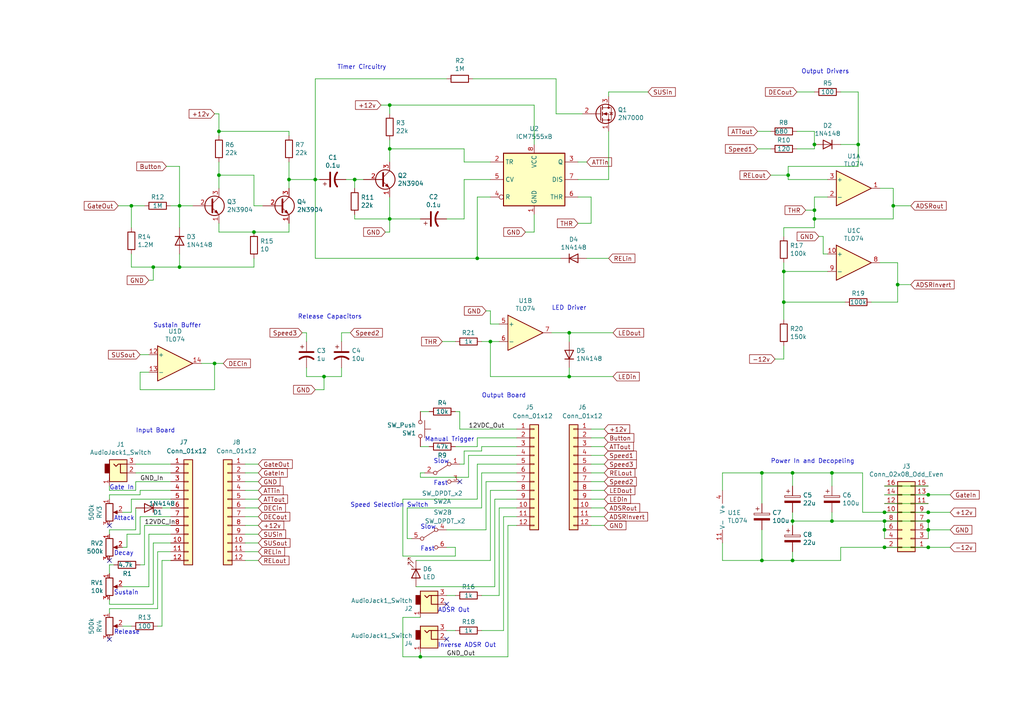
<source format=kicad_sch>
(kicad_sch (version 20250114) (generator "eeschema") (generator_version "9.0")
  (paper "A4")
  (lib_symbols
    (symbol "Amplifier_Operational:TL074" (pin_names (offset 0.127))
      (property "Reference" "U" (at 0 5.08 0))
      (property "Value" "TL074" (at 0 -5.08 0))
      (symbol "TL074_1_1"
        (pin input line (at -7.62 2.54 0) (length 2.54) (name "+") (number "3"))
        (pin input line (at -7.62 -2.54 0) (length 2.54) (name "-") (number "2"))
        (pin output line (at 7.62 0 180) (length 2.54) (name "~") (number "1"))
      )
      (symbol "TL074_2_1"
        (pin input line (at -7.62 2.54 0) (length 2.54) (name "+") (number "5"))
        (pin input line (at -7.62 -2.54 0) (length 2.54) (name "-") (number "6"))
        (pin output line (at 7.62 0 180) (length 2.54) (name "~") (number "7"))
      )
      (symbol "TL074_3_1"
        (pin input line (at -7.62 2.54 0) (length 2.54) (name "+") (number "10"))
        (pin input line (at -7.62 -2.54 0) (length 2.54) (name "-") (number "9"))
        (pin output line (at 7.62 0 180) (length 2.54) (name "~") (number "8"))
      )
      (symbol "TL074_4_1"
        (pin input line (at -7.62 2.54 0) (length 2.54) (name "+") (number "12"))
        (pin input line (at -7.62 -2.54 0) (length 2.54) (name "-") (number "13"))
        (pin output line (at 7.62 0 180) (length 2.54) (name "~") (number "14"))
      )
      (symbol "TL074_5_1"
        (pin power_in line (at -2.54 7.62 270) (length 3.81) (name "V+") (number "4"))
        (pin power_in line (at -2.54 -7.62 90) (length 3.81) (name "V-") (number "11"))
      )
    )
    (symbol "Connector_Generic:Conn_01x12" (pin_names (offset 1.016) (hide yes))
      (property "Reference" "J" (at 0 15.24 0))
      (property "Value" "Conn_01x12" (at 0 -17.78 0))
      (symbol "Conn_01x12_1_1"
        (pin passive line (at -5.08 12.7 0) (length 3.81) (name "Pin_1") (number "1"))
        (pin passive line (at -5.08 10.16 0) (length 3.81) (name "Pin_2") (number "2"))
        (pin passive line (at -5.08 7.62 0) (length 3.81) (name "Pin_3") (number "3"))
        (pin passive line (at -5.08 5.08 0) (length 3.81) (name "Pin_4") (number "4"))
        (pin passive line (at -5.08 2.54 0) (length 3.81) (name "Pin_5") (number "5"))
        (pin passive line (at -5.08 0 0) (length 3.81) (name "Pin_6") (number "6"))
        (pin passive line (at -5.08 -2.54 0) (length 3.81) (name "Pin_7") (number "7"))
        (pin passive line (at -5.08 -5.08 0) (length 3.81) (name "Pin_8") (number "8"))
        (pin passive line (at -5.08 -7.62 0) (length 3.81) (name "Pin_9") (number "9"))
        (pin passive line (at -5.08 -10.16 0) (length 3.81) (name "Pin_10") (number "10"))
        (pin passive line (at -5.08 -12.7 0) (length 3.81) (name "Pin_11") (number "11"))
        (pin passive line (at -5.08 -15.24 0) (length 3.81) (name "Pin_12") (number "12"))
      )
    )
    (symbol "Connector_Generic:Conn_02x08_Odd_Even" (pin_names (offset 1.016) (hide yes))
      (property "Reference" "J" (at 1.27 10.16 0))
      (property "Value" "Conn_02x08_Odd_Even" (at 1.27 -12.7 0))
      (symbol "Conn_02x08_Odd_Even_1_1"
        (pin passive line (at -5.08 7.62 0) (length 3.81) (name "Pin_1") (number "1"))
        (pin passive line (at -5.08 5.08 0) (length 3.81) (name "Pin_3") (number "3"))
        (pin passive line (at -5.08 2.54 0) (length 3.81) (name "Pin_5") (number "5"))
        (pin passive line (at -5.08 0 0) (length 3.81) (name "Pin_7") (number "7"))
        (pin passive line (at -5.08 -2.54 0) (length 3.81) (name "Pin_9") (number "9"))
        (pin passive line (at -5.08 -5.08 0) (length 3.81) (name "Pin_11") (number "11"))
        (pin passive line (at -5.08 -7.62 0) (length 3.81) (name "Pin_13") (number "13"))
        (pin passive line (at -5.08 -10.16 0) (length 3.81) (name "Pin_15") (number "15"))
        (pin passive line (at 7.62 7.62 180) (length 3.81) (name "Pin_2") (number "2"))
        (pin passive line (at 7.62 5.08 180) (length 3.81) (name "Pin_4") (number "4"))
        (pin passive line (at 7.62 2.54 180) (length 3.81) (name "Pin_6") (number "6"))
        (pin passive line (at 7.62 0 180) (length 3.81) (name "Pin_8") (number "8"))
        (pin passive line (at 7.62 -2.54 180) (length 3.81) (name "Pin_10") (number "10"))
        (pin passive line (at 7.62 -5.08 180) (length 3.81) (name "Pin_12") (number "12"))
        (pin passive line (at 7.62 -7.62 180) (length 3.81) (name "Pin_14") (number "14"))
        (pin passive line (at 7.62 -10.16 180) (length 3.81) (name "Pin_16") (number "16"))
      )
    )
    (symbol "Custom_Lib:AudioJack1_Switch"
      (property "Reference" "J" (at 0 8.89 0))
      (property "Value" "Custom_Lib_AudioJack1_Switch" (at 0 6.35 0))
      (symbol "AudioJack1_Switch_1_1"
        (pin passive line (at -2.54 -3.81 90) (length 2.54) (name "~") (number "1"))
        (pin passive line (at 5.08 2.54 180) (length 2.54) (name "~") (number "3"))
        (pin passive line (at 5.08 0 180) (length 2.54) (name "~") (number "2"))
      )
    )
    (symbol "Device:CP" (pin_numbers (hide yes)) (pin_names (offset 0.254))
      (property "Reference" "C" (at 0.635 2.54 0))
      (property "Value" "Device_CP" (at 0.635 -2.54 0))
      (symbol "CP_1_1"
        (pin passive line (at 0 3.81 270) (length 2.794) (name "~") (number "1"))
        (pin passive line (at 0 -3.81 90) (length 2.794) (name "~") (number "2"))
      )
    )
    (symbol "Device:CP1" (pin_numbers (hide yes)) (pin_names (offset 0.254) (hide yes))
      (property "Reference" "C" (at 0.635 2.54 0))
      (property "Value" "Device_CP1" (at 0.635 -2.54 0))
      (symbol "CP1_1_1"
        (pin passive line (at 0 3.81 270) (length 2.794) (name "~") (number "1"))
        (pin passive line (at 0 -3.81 90) (length 3.302) (name "~") (number "2"))
      )
    )
    (symbol "Device:LED" (pin_numbers (hide yes)) (pin_names (offset 1.016) (hide yes))
      (property "Reference" "D" (at 0 2.54 0))
      (property "Value" "LED" (at 0 -2.54 0))
      (symbol "LED_1_1"
        (pin passive line (at -3.81 0 0) (length 2.54) (name "K") (number "1"))
        (pin passive line (at 3.81 0 180) (length 2.54) (name "A") (number "2"))
      )
    )
    (symbol "Device:R" (pin_numbers (hide yes)) (pin_names (offset 0))
      (property "Reference" "R" (at 2.032 0 90))
      (property "Value" "R" (at 0 0 90))
      (symbol "R_1_1"
        (pin passive line (at 0 3.81 270) (length 1.27) (name "~") (number "1"))
        (pin passive line (at 0 -3.81 90) (length 1.27) (name "~") (number "2"))
      )
    )
    (symbol "Device:R_POT" (pin_names (offset 1.016) (hide yes))
      (property "Reference" "RV" (at -4.445 0 90))
      (property "Value" "Device_R_POT" (at -2.54 0 90))
      (symbol "R_POT_1_1"
        (pin passive line (at 0 3.81 270) (length 1.27) (name "1") (number "1"))
        (pin passive line (at 0 -3.81 90) (length 1.27) (name "3") (number "3"))
        (pin passive line (at 3.81 0 180) (length 1.27) (name "2") (number "2"))
      )
    )
    (symbol "Diode:1N4148" (pin_numbers (hide yes)) (pin_names (offset 1.016) (hide yes))
      (property "Reference" "D" (at 0 2.54 0))
      (property "Value" "1N4148" (at 0 -2.54 0))
      (symbol "1N4148_1_1"
        (pin passive line (at -3.81 0 0) (length 2.54) (name "K") (number "1"))
        (pin passive line (at 3.81 0 180) (length 2.54) (name "A") (number "2"))
      )
    )
    (symbol "Switch:SW_DPDT_x2" (pin_names (offset 0) (hide yes))
      (property "Reference" "SW" (at 0 4.318 0))
      (property "Value" "SW_DPDT_x2" (at 0 -5.08 0))
      (symbol "SW_DPDT_x2_1_1"
        (pin passive line (at -5.08 0 0) (length 2.54) (name "B") (number "2"))
        (pin passive line (at 5.08 2.54 180) (length 2.54) (name "A") (number "1"))
        (pin passive line (at 5.08 -2.54 180) (length 2.54) (name "C") (number "3"))
      )
      (symbol "SW_DPDT_x2_2_1"
        (pin passive line (at -5.08 0 0) (length 2.54) (name "B") (number "5"))
        (pin passive line (at 5.08 2.54 180) (length 2.54) (name "A") (number "4"))
        (pin passive line (at 5.08 -2.54 180) (length 2.54) (name "C") (number "6"))
      )
    )
    (symbol "Switch:SW_Push" (pin_numbers (hide yes)) (pin_names (offset 1.016) (hide yes))
      (property "Reference" "SW" (at 1.27 2.54 0))
      (property "Value" "SW_Push" (at 0 -1.524 0))
      (symbol "SW_Push_0_1"
        (pin passive line (at -5.08 0 0) (length 2.54) (name "1") (number "1"))
        (pin passive line (at 5.08 0 180) (length 2.54) (name "2") (number "2"))
      )
    )
    (symbol "Timer:ICM7555xB"
      (property "Reference" "U" (at -10.16 8.89 0))
      (property "Value" "ICM7555xB" (at 2.54 8.89 0))
      (symbol "ICM7555xB_0_0"
        (pin power_in line (at 0 10.16 270) (length 2.54) (name "VCC") (number "8"))
        (pin power_in line (at 0 -10.16 90) (length 2.54) (name "GND") (number "1"))
      )
      (symbol "ICM7555xB_1_1"
        (pin input line (at -12.7 5.08 0) (length 3.81) (name "TR") (number "2"))
        (pin input line (at -12.7 0 0) (length 3.81) (name "CV") (number "5"))
        (pin input inverted (at -12.7 -5.08 0) (length 3.81) (name "R") (number "4"))
        (pin output line (at 12.7 5.08 180) (length 3.81) (name "Q") (number "3"))
        (pin input line (at 12.7 0 180) (length 3.81) (name "DIS") (number "7"))
        (pin input line (at 12.7 -5.08 180) (length 3.81) (name "THR") (number "6"))
      )
    )
    (symbol "Transistor_BJT:2N3904" (pin_names (offset 0) (hide yes))
      (property "Reference" "Q" (at 5.08 1.905 0))
      (property "Value" "2N3904" (at 5.08 0 0))
      (symbol "2N3904_1_1"
        (pin passive line (at -5.08 0 0) (length 5.715) (name "B") (number "2"))
        (pin passive line (at 2.54 5.08 270) (length 2.54) (name "C") (number "3"))
        (pin passive line (at 2.54 -5.08 90) (length 2.54) (name "E") (number "1"))
      )
    )
    (symbol "Transistor_FET:2N7000" (pin_names (hide yes))
      (property "Reference" "Q" (at 5.08 1.905 0))
      (property "Value" "2N7000" (at 5.08 0 0))
      (symbol "2N7000_1_1"
        (pin input line (at -5.08 0 0) (length 2.54) (name "G") (number "2"))
        (pin passive line (at 2.54 5.08 270) (length 2.54) (name "D") (number "3"))
        (pin passive line (at 2.54 -5.08 90) (length 2.54) (name "S") (number "1"))
      )
    )
  )
  (text "Timer Circuitry" (at 97.79 20.32 0) (effects (font (size 1.27 1.27)) (justify left bottom)))
  (text "ADSR Out" (at 127 177.8 0) (effects (font (size 1.27 1.27)) (justify left bottom)))
  (text "Attack" (at 33.02 151.13 0) (effects (font (size 1.27 1.27)) (justify left bottom)))
  (text "Sustain\n" (at 33.02 172.72 0) (effects (font (size 1.27 1.27)) (justify left bottom)))
  (text "Gate In" (at 31.75 142.24 0) (effects (font (size 1.27 1.27)) (justify left bottom)))
  (text "Input Board" (at 39.37 125.73 0) (effects (font (size 1.27 1.27)) (justify left bottom)))
  (text "Output Drivers\n" (at 232.41 21.59 0) (effects (font (size 1.27 1.27)) (justify left bottom)))
  (text "Fast" (at 121.92 160.02 0) (effects (font (size 1.27 1.27)) (justify left bottom)))
  (text "Sustain Buffer\n" (at 44.45 95.25 0) (effects (font (size 1.27 1.27)) (justify left bottom)))
  (text "Slow" (at 125.73 134.62 0) (effects (font (size 1.27 1.27)) (justify left bottom)))
  (text "Release" (at 33.02 184.15 0) (effects (font (size 1.27 1.27)) (justify left bottom)))
  (text "Inverse ADSR Out" (at 127 187.96 0) (effects (font (size 1.27 1.27)) (justify left bottom)))
  (text "Power In and Decopeling\n" (at 223.52 134.62 0) (effects (font (size 1.27 1.27)) (justify left bottom)))
  (text "LED Driver" (at 160.02 90.17 0) (effects (font (size 1.27 1.27)) (justify left bottom)))
  (text "Speed Selection Switch" (at 101.6 147.32 0) (effects (font (size 1.27 1.27)) (justify left bottom)))
  (text "Manual Trigger" (at 123.19 128.27 0) (effects (font (size 1.27 1.27)) (justify left bottom)))
  (text "Fast" (at 125.73 140.97 0) (effects (font (size 1.27 1.27)) (justify left bottom)))
  (text "Slow" (at 121.92 153.67 0) (effects (font (size 1.27 1.27)) (justify left bottom)))
  (text "Output Board\n" (at 139.7 115.57 0) (effects (font (size 1.27 1.27)) (justify left bottom)))
  (text "Decay" (at 33.02 161.29 0) (effects (font (size 1.27 1.27)) (justify left bottom)))
  (text "Release Capacitors" (at 86.36 92.71 0) (effects (font (size 1.27 1.27)) (justify left bottom)))
  (junction (at 229.87 151.13))
  (junction (at 236.22 41.91))
  (junction (at 259.08 59.69))
  (junction (at 269.24 143.51))
  (junction (at 63.5 38.1))
  (junction (at 220.98 137.16))
  (junction (at 269.24 151.13))
  (junction (at 241.3 151.13))
  (junction (at 229.87 162.56))
  (junction (at 256.54 151.13))
  (junction (at 236.22 60.96))
  (junction (at 102.87 52.07))
  (junction (at 248.92 41.91))
  (junction (at 269.24 153.67))
  (junction (at 165.1 96.52))
  (junction (at 73.66 67.31))
  (junction (at 38.1 59.69))
  (junction (at 236.22 63.5))
  (junction (at 269.24 158.75))
  (junction (at 91.44 52.07))
  (junction (at 220.98 162.56))
  (junction (at 52.07 59.69))
  (junction (at 227.33 78.74))
  (junction (at 229.87 137.16))
  (junction (at 256.54 148.59))
  (junction (at 256.54 158.75))
  (junction (at 83.82 52.07))
  (junction (at 228.6 50.8))
  (junction (at 256.54 153.67))
  (junction (at 227.33 87.63))
  (junction (at 44.45 77.47))
  (junction (at 138.43 74.93))
  (junction (at 269.24 148.59))
  (junction (at 113.03 30.48))
  (junction (at 241.3 137.16))
  (junction (at 52.07 77.47))
  (junction (at 113.03 63.5))
  (junction (at 113.03 43.18))
  (junction (at 142.24 99.06))
  (junction (at 165.1 109.22))
  (junction (at 62.23 105.41))
  (junction (at 93.98 109.22))
  (junction (at 63.5 50.8))
  (junction (at 260.35 82.55))
  (junction (at 121.92 190.5))
  (no_connect (at 133.35 139.7))
  (no_connect (at 31.75 152.4))
  (no_connect (at 129.54 185.42))
  (no_connect (at 31.75 162.56))
  (no_connect (at 31.75 185.42))
  (no_connect (at 129.54 175.26))
  (wire (pts (xy 220.98 162.56) (xy 209.55 162.56)))
  (wire (pts (xy 149.86 137.16) (xy 139.7 137.16)))
  (wire (pts (xy 220.98 137.16) (xy 229.87 137.16)))
  (wire (pts (xy 140.97 139.7) (xy 140.97 153.67)))
  (wire (pts (xy 134.62 43.18) (xy 113.03 43.18)))
  (wire (pts (xy 238.76 68.58) (xy 238.76 73.66)))
  (wire (pts (xy 40.64 113.03) (xy 62.23 113.03)))
  (wire (pts (xy 236.22 57.15) (xy 236.22 60.96)))
  (wire (pts (xy 275.59 153.67) (xy 269.24 153.67)))
  (wire (pts (xy 40.64 149.86) (xy 40.64 154.94)))
  (wire (pts (xy 74.93 134.62) (xy 71.12 134.62)))
  (wire (pts (xy 52.07 48.26) (xy 52.07 59.69)))
  (wire (pts (xy 162.56 74.93) (xy 138.43 74.93)))
  (wire (pts (xy 74.93 142.24) (xy 71.12 142.24)))
  (wire (pts (xy 63.5 67.31) (xy 73.66 67.31)))
  (wire (pts (xy 175.26 144.78) (xy 171.45 144.78)))
  (wire (pts (xy 74.93 139.7) (xy 71.12 139.7)))
  (wire (pts (xy 229.87 137.16) (xy 229.87 140.97)))
  (wire (pts (xy 227.33 92.71) (xy 227.33 87.63)))
  (wire (pts (xy 259.08 59.69) (xy 259.08 54.61)))
  (wire (pts (xy 83.82 38.1) (xy 83.82 39.37)))
  (wire (pts (xy 139.7 172.72) (xy 144.78 172.72)))
  (wire (pts (xy 132.08 172.72) (xy 129.54 172.72)))
  (wire (pts (xy 49.53 154.94) (xy 43.18 154.94)))
  (wire (pts (xy 149.86 139.7) (xy 140.97 139.7)))
  (wire (pts (xy 144.78 93.98) (xy 142.24 93.98)))
  (wire (pts (xy 175.26 132.08) (xy 171.45 132.08)))
  (wire (pts (xy 256.54 158.75) (xy 243.84 158.75)))
  (wire (pts (xy 45.72 160.02) (xy 49.53 160.02)))
  (wire (pts (xy 83.82 52.07) (xy 83.82 54.61)))
  (wire (pts (xy 45.72 176.53) (xy 45.72 160.02)))
  (wire (pts (xy 74.93 162.56) (xy 71.12 162.56)))
  (wire (pts (xy 250.19 148.59) (xy 256.54 148.59)))
  (wire (pts (xy 138.43 144.78) (xy 116.84 144.78)))
  (wire (pts (xy 31.75 176.53) (xy 45.72 176.53)))
  (wire (pts (xy 142.24 90.17) (xy 140.97 90.17)))
  (wire (pts (xy 121.92 119.38) (xy 124.46 119.38)))
  (wire (pts (xy 129.54 153.67) (xy 140.97 153.67)))
  (wire (pts (xy 99.06 96.52) (xy 99.06 99.06)))
  (wire (pts (xy 275.59 148.59) (xy 269.24 148.59)))
  (wire (pts (xy 73.66 74.93) (xy 73.66 77.47)))
  (wire (pts (xy 146.05 149.86) (xy 149.86 149.86)))
  (wire (pts (xy 44.45 157.48) (xy 44.45 175.26)))
  (wire (pts (xy 250.19 137.16) (xy 250.19 148.59)))
  (wire (pts (xy 269.24 151.13) (xy 269.24 153.67)))
  (wire (pts (xy 91.44 74.93) (xy 138.43 74.93)))
  (wire (pts (xy 92.71 52.07) (xy 91.44 52.07)))
  (wire (pts (xy 49.53 59.69) (xy 52.07 59.69)))
  (wire (pts (xy 132.08 119.38) (xy 133.35 119.38)))
  (wire (pts (xy 121.92 137.16) (xy 121.92 138.43)))
  (wire (pts (xy 175.26 149.86) (xy 171.45 149.86)))
  (wire (pts (xy 87.63 96.52) (xy 88.9 96.52)))
  (wire (pts (xy 229.87 151.13) (xy 241.3 151.13)))
  (wire (pts (xy 264.16 82.55) (xy 260.35 82.55)))
  (wire (pts (xy 269.24 153.67) (xy 269.24 156.21)))
  (wire (pts (xy 231.14 38.1) (xy 236.22 38.1)))
  (wire (pts (xy 219.71 38.1) (xy 223.52 38.1)))
  (wire (pts (xy 175.26 124.46) (xy 171.45 124.46)))
  (wire (pts (xy 118.11 147.32) (xy 118.11 156.21)))
  (wire (pts (xy 63.5 39.37) (xy 63.5 38.1)))
  (wire (pts (xy 269.24 158.75) (xy 256.54 158.75)))
  (wire (pts (xy 88.9 106.68) (xy 88.9 109.22)))
  (wire (pts (xy 93.98 113.03) (xy 93.98 109.22)))
  (wire (pts (xy 83.82 46.99) (xy 83.82 52.07)))
  (wire (pts (xy 74.93 160.02) (xy 71.12 160.02)))
  (wire (pts (xy 147.32 152.4) (xy 147.32 190.5)))
  (wire (pts (xy 49.53 142.24) (xy 40.64 142.24)))
  (wire (pts (xy 209.55 142.24) (xy 209.55 137.16)))
  (wire (pts (xy 142.24 99.06) (xy 142.24 109.22)))
  (wire (pts (xy 63.5 46.99) (xy 63.5 50.8)))
  (wire (pts (xy 264.16 59.69) (xy 259.08 59.69)))
  (wire (pts (xy 139.7 137.16) (xy 139.7 147.32)))
  (wire (pts (xy 63.5 33.02) (xy 62.23 33.02)))
  (wire (pts (xy 256.54 148.59) (xy 269.24 148.59)))
  (wire (pts (xy 41.91 163.83) (xy 40.64 163.83)))
  (wire (pts (xy 223.52 50.8) (xy 228.6 50.8)))
  (wire (pts (xy 73.66 59.69) (xy 76.2 59.69)))
  (wire (pts (xy 116.84 179.07) (xy 116.84 190.5)))
  (wire (pts (xy 134.62 46.99) (xy 134.62 43.18)))
  (wire (pts (xy 49.53 139.7) (xy 39.37 139.7)))
  (wire (pts (xy 241.3 137.16) (xy 250.19 137.16)))
  (wire (pts (xy 93.98 109.22) (xy 99.06 109.22)))
  (wire (pts (xy 49.53 152.4) (xy 41.91 152.4)))
  (wire (pts (xy 38.1 148.59) (xy 35.56 148.59)))
  (wire (pts (xy 39.37 147.32) (xy 39.37 153.67)))
  (wire (pts (xy 175.26 147.32) (xy 171.45 147.32)))
  (wire (pts (xy 243.84 41.91) (xy 248.92 41.91)))
  (wire (pts (xy 118.11 147.32) (xy 139.7 147.32)))
  (wire (pts (xy 139.7 129.54) (xy 139.7 130.81)))
  (wire (pts (xy 62.23 105.41) (xy 58.42 105.41)))
  (wire (pts (xy 31.75 143.51) (xy 31.75 144.78)))
  (wire (pts (xy 38.1 73.66) (xy 38.1 77.47)))
  (wire (pts (xy 52.07 66.04) (xy 52.07 59.69)))
  (wire (pts (xy 134.62 134.62) (xy 133.35 134.62)))
  (wire (pts (xy 175.26 129.54) (xy 171.45 129.54)))
  (wire (pts (xy 236.22 60.96) (xy 236.22 63.5)))
  (wire (pts (xy 154.94 30.48) (xy 154.94 41.91)))
  (wire (pts (xy 243.84 26.67) (xy 248.92 26.67)))
  (wire (pts (xy 236.22 66.04) (xy 236.22 63.5)))
  (wire (pts (xy 91.44 52.07) (xy 91.44 74.93)))
  (wire (pts (xy 149.86 152.4) (xy 147.32 152.4)))
  (wire (pts (xy 236.22 41.91) (xy 236.22 43.18)))
  (wire (pts (xy 102.87 52.07) (xy 100.33 52.07)))
  (wire (pts (xy 88.9 96.52) (xy 88.9 99.06)))
  (wire (pts (xy 46.99 147.32) (xy 49.53 147.32)))
  (wire (pts (xy 236.22 38.1) (xy 236.22 41.91)))
  (wire (pts (xy 113.03 30.48) (xy 110.49 30.48)))
  (wire (pts (xy 116.84 190.5) (xy 121.92 190.5)))
  (wire (pts (xy 71.12 149.86) (xy 74.93 149.86)))
  (wire (pts (xy 134.62 63.5) (xy 134.62 52.07)))
  (wire (pts (xy 241.3 151.13) (xy 256.54 151.13)))
  (wire (pts (xy 142.24 93.98) (xy 142.24 90.17)))
  (wire (pts (xy 113.03 43.18) (xy 113.03 46.99)))
  (wire (pts (xy 133.35 119.38) (xy 133.35 124.46)))
  (wire (pts (xy 167.64 52.07) (xy 176.53 52.07)))
  (wire (pts (xy 227.33 87.63) (xy 245.11 87.63)))
  (wire (pts (xy 49.53 149.86) (xy 40.64 149.86)))
  (wire (pts (xy 241.3 148.59) (xy 241.3 151.13)))
  (wire (pts (xy 175.26 134.62) (xy 171.45 134.62)))
  (wire (pts (xy 237.49 68.58) (xy 238.76 68.58)))
  (wire (pts (xy 39.37 139.7) (xy 39.37 142.24)))
  (wire (pts (xy 74.93 157.48) (xy 71.12 157.48)))
  (wire (pts (xy 142.24 142.24) (xy 142.24 162.56)))
  (wire (pts (xy 176.53 27.94) (xy 176.53 26.67)))
  (wire (pts (xy 113.03 67.31) (xy 111.76 67.31)))
  (wire (pts (xy 40.64 102.87) (xy 43.18 102.87)))
  (wire (pts (xy 259.08 63.5) (xy 259.08 59.69)))
  (wire (pts (xy 240.03 57.15) (xy 236.22 57.15)))
  (wire (pts (xy 101.6 96.52) (xy 99.06 96.52)))
  (wire (pts (xy 236.22 26.67) (xy 231.14 26.67)))
  (wire (pts (xy 121.92 190.5) (xy 121.92 189.23)))
  (wire (pts (xy 132.08 182.88) (xy 129.54 182.88)))
  (wire (pts (xy 142.24 57.15) (xy 138.43 57.15)))
  (wire (pts (xy 176.53 74.93) (xy 170.18 74.93)))
  (wire (pts (xy 236.22 43.18) (xy 231.14 43.18)))
  (wire (pts (xy 133.35 124.46) (xy 149.86 124.46)))
  (wire (pts (xy 134.62 130.81) (xy 134.62 134.62)))
  (wire (pts (xy 121.92 138.43) (xy 135.89 138.43)))
  (wire (pts (xy 138.43 57.15) (xy 138.43 74.93)))
  (wire (pts (xy 255.27 76.2) (xy 260.35 76.2)))
  (wire (pts (xy 161.29 22.86) (xy 137.16 22.86)))
  (wire (pts (xy 113.03 63.5) (xy 121.92 63.5)))
  (wire (pts (xy 116.84 144.78) (xy 116.84 161.29)))
  (wire (pts (xy 91.44 22.86) (xy 91.44 52.07)))
  (wire (pts (xy 139.7 99.06) (xy 142.24 99.06)))
  (wire (pts (xy 227.33 87.63) (xy 227.33 78.74)))
  (wire (pts (xy 176.53 26.67) (xy 187.96 26.67)))
  (wire (pts (xy 40.64 107.95) (xy 40.64 113.03)))
  (wire (pts (xy 36.83 154.94) (xy 36.83 158.75)))
  (wire (pts (xy 165.1 96.52) (xy 165.1 99.06)))
  (wire (pts (xy 229.87 162.56) (xy 229.87 160.02)))
  (wire (pts (xy 143.51 144.78) (xy 149.86 144.78)))
  (wire (pts (xy 62.23 113.03) (xy 62.23 105.41)))
  (wire (pts (xy 73.66 77.47) (xy 52.07 77.47)))
  (wire (pts (xy 49.53 144.78) (xy 38.1 144.78)))
  (wire (pts (xy 31.75 142.24) (xy 31.75 140.97)))
  (wire (pts (xy 143.51 170.18) (xy 120.65 170.18)))
  (wire (pts (xy 116.84 161.29) (xy 132.08 161.29)))
  (wire (pts (xy 113.03 63.5) (xy 113.03 67.31)))
  (wire (pts (xy 129.54 22.86) (xy 91.44 22.86)))
  (wire (pts (xy 176.53 38.1) (xy 176.53 52.07)))
  (wire (pts (xy 220.98 146.05) (xy 220.98 137.16)))
  (wire (pts (xy 102.87 54.61) (xy 102.87 52.07)))
  (wire (pts (xy 248.92 41.91) (xy 248.92 48.26)))
  (wire (pts (xy 48.26 48.26) (xy 52.07 48.26)))
  (wire (pts (xy 260.35 82.55) (xy 260.35 87.63)))
  (wire (pts (xy 31.75 177.8) (xy 31.75 176.53)))
  (wire (pts (xy 228.6 52.07) (xy 240.03 52.07)))
  (wire (pts (xy 165.1 96.52) (xy 177.8 96.52)))
  (wire (pts (xy 52.07 77.47) (xy 44.45 77.47)))
  (wire (pts (xy 256.54 156.21) (xy 256.54 153.67)))
  (wire (pts (xy 149.86 134.62) (xy 138.43 134.62)))
  (wire (pts (xy 46.99 181.61) (xy 45.72 181.61)))
  (wire (pts (xy 256.54 151.13) (xy 269.24 151.13)))
  (wire (pts (xy 49.53 162.56) (xy 46.99 162.56)))
  (wire (pts (xy 113.03 40.64) (xy 113.03 43.18)))
  (wire (pts (xy 49.53 137.16) (xy 39.37 137.16)))
  (wire (pts (xy 220.98 153.67) (xy 220.98 162.56)))
  (wire (pts (xy 40.64 142.24) (xy 40.64 143.51)))
  (wire (pts (xy 31.75 175.26) (xy 44.45 175.26)))
  (wire (pts (xy 229.87 137.16) (xy 241.3 137.16)))
  (wire (pts (xy 241.3 140.97) (xy 241.3 137.16)))
  (wire (pts (xy 134.62 52.07) (xy 142.24 52.07)))
  (wire (pts (xy 113.03 63.5) (xy 113.03 57.15)))
  (wire (pts (xy 129.54 63.5) (xy 134.62 63.5)))
  (wire (pts (xy 170.18 46.99) (xy 167.64 46.99)))
  (wire (pts (xy 38.1 66.04) (xy 38.1 59.69)))
  (wire (pts (xy 260.35 87.63) (xy 252.73 87.63)))
  (wire (pts (xy 236.22 60.96) (xy 233.68 60.96)))
  (wire (pts (xy 39.37 142.24) (xy 31.75 142.24)))
  (wire (pts (xy 143.51 144.78) (xy 143.51 170.18)))
  (wire (pts (xy 44.45 77.47) (xy 44.45 81.28)))
  (wire (pts (xy 275.59 158.75) (xy 269.24 158.75)))
  (wire (pts (xy 39.37 153.67) (xy 31.75 153.67)))
  (wire (pts (xy 144.78 147.32) (xy 144.78 172.72)))
  (wire (pts (xy 52.07 59.69) (xy 55.88 59.69)))
  (wire (pts (xy 102.87 63.5) (xy 113.03 63.5)))
  (wire (pts (xy 243.84 158.75) (xy 243.84 162.56)))
  (wire (pts (xy 99.06 109.22) (xy 99.06 106.68)))
  (wire (pts (xy 142.24 109.22) (xy 165.1 109.22)))
  (wire (pts (xy 52.07 73.66) (xy 52.07 77.47)))
  (wire (pts (xy 138.43 127) (xy 149.86 127)))
  (wire (pts (xy 74.93 147.32) (xy 71.12 147.32)))
  (wire (pts (xy 160.02 96.52) (xy 165.1 96.52)))
  (wire (pts (xy 142.24 46.99) (xy 134.62 46.99)))
  (wire (pts (xy 227.33 104.14) (xy 227.33 100.33)))
  (wire (pts (xy 161.29 33.02) (xy 161.29 22.86)))
  (wire (pts (xy 147.32 190.5) (xy 121.92 190.5)))
  (wire (pts (xy 49.53 134.62) (xy 39.37 134.62)))
  (wire (pts (xy 227.33 68.58) (xy 227.33 66.04)))
  (wire (pts (xy 146.05 149.86) (xy 146.05 182.88)))
  (wire (pts (xy 139.7 182.88) (xy 146.05 182.88)))
  (wire (pts (xy 238.76 73.66) (xy 240.03 73.66)))
  (wire (pts (xy 91.44 52.07) (xy 83.82 52.07)))
  (wire (pts (xy 259.08 54.61) (xy 255.27 54.61)))
  (wire (pts (xy 209.55 162.56) (xy 209.55 157.48)))
  (wire (pts (xy 63.5 38.1) (xy 83.82 38.1)))
  (wire (pts (xy 236.22 63.5) (xy 259.08 63.5)))
  (wire (pts (xy 171.45 64.77) (xy 167.64 64.77)))
  (wire (pts (xy 62.23 105.41) (xy 64.77 105.41)))
  (wire (pts (xy 149.86 147.32) (xy 144.78 147.32)))
  (wire (pts (xy 34.29 59.69) (xy 38.1 59.69)))
  (wire (pts (xy 171.45 57.15) (xy 171.45 64.77)))
  (wire (pts (xy 177.8 109.22) (xy 165.1 109.22)))
  (wire (pts (xy 44.45 77.47) (xy 38.1 77.47)))
  (wire (pts (xy 229.87 148.59) (xy 229.87 151.13)))
  (wire (pts (xy 41.91 152.4) (xy 41.91 163.83)))
  (wire (pts (xy 124.46 129.54) (xy 121.92 129.54)))
  (wire (pts (xy 74.93 152.4) (xy 71.12 152.4)))
  (wire (pts (xy 88.9 109.22) (xy 93.98 109.22)))
  (wire (pts (xy 138.43 134.62) (xy 138.43 144.78)))
  (wire (pts (xy 73.66 50.8) (xy 73.66 59.69)))
  (wire (pts (xy 35.56 181.61) (xy 38.1 181.61)))
  (wire (pts (xy 40.64 154.94) (xy 36.83 154.94)))
  (wire (pts (xy 46.99 162.56) (xy 46.99 181.61)))
  (wire (pts (xy 83.82 67.31) (xy 83.82 64.77)))
  (wire (pts (xy 165.1 109.22) (xy 165.1 106.68)))
  (wire (pts (xy 139.7 130.81) (xy 134.62 130.81)))
  (wire (pts (xy 149.86 132.08) (xy 135.89 132.08)))
  (wire (pts (xy 229.87 151.13) (xy 229.87 152.4)))
  (wire (pts (xy 168.91 33.02) (xy 161.29 33.02)))
  (wire (pts (xy 33.02 163.83) (xy 31.75 163.83)))
  (wire (pts (xy 74.93 137.16) (xy 71.12 137.16)))
  (wire (pts (xy 248.92 48.26) (xy 228.6 48.26)))
  (wire (pts (xy 227.33 78.74) (xy 240.03 78.74)))
  (wire (pts (xy 175.26 142.24) (xy 171.45 142.24)))
  (wire (pts (xy 175.26 152.4) (xy 171.45 152.4)))
  (wire (pts (xy 224.79 104.14) (xy 227.33 104.14)))
  (wire (pts (xy 228.6 50.8) (xy 228.6 52.07)))
  (wire (pts (xy 113.03 30.48) (xy 154.94 30.48)))
  (wire (pts (xy 132.08 129.54) (xy 138.43 129.54)))
  (wire (pts (xy 149.86 129.54) (xy 139.7 129.54)))
  (wire (pts (xy 40.64 143.51) (xy 31.75 143.51)))
  (wire (pts (xy 121.92 137.16) (xy 123.19 137.16)))
  (wire (pts (xy 269.24 143.51) (xy 256.54 143.51)))
  (wire (pts (xy 142.24 142.24) (xy 149.86 142.24)))
  (wire (pts (xy 113.03 33.02) (xy 113.03 30.48)))
  (wire (pts (xy 256.54 146.05) (xy 269.24 146.05)))
  (wire (pts (xy 256.54 153.67) (xy 256.54 151.13)))
  (wire (pts (xy 142.24 99.06) (xy 144.78 99.06)))
  (wire (pts (xy 227.33 66.04) (xy 236.22 66.04)))
  (wire (pts (xy 256.54 140.97) (xy 269.24 140.97)))
  (wire (pts (xy 31.75 163.83) (xy 31.75 166.37)))
  (wire (pts (xy 209.55 137.16) (xy 220.98 137.16)))
  (wire (pts (xy 43.18 107.95) (xy 40.64 107.95)))
  (wire (pts (xy 227.33 76.2) (xy 227.33 78.74)))
  (wire (pts (xy 138.43 129.54) (xy 138.43 127)))
  (wire (pts (xy 102.87 62.23) (xy 102.87 63.5)))
  (wire (pts (xy 105.41 52.07) (xy 102.87 52.07)))
  (wire (pts (xy 154.94 62.23) (xy 154.94 67.31)))
  (wire (pts (xy 121.92 179.07) (xy 116.84 179.07)))
  (wire (pts (xy 63.5 64.77) (xy 63.5 67.31)))
  (wire (pts (xy 63.5 50.8) (xy 73.66 50.8)))
  (wire (pts (xy 91.44 113.03) (xy 93.98 113.03)))
  (wire (pts (xy 135.89 132.08) (xy 135.89 138.43)))
  (wire (pts (xy 38.1 59.69) (xy 41.91 59.69)))
  (wire (pts (xy 71.12 144.78) (xy 74.93 144.78)))
  (wire (pts (xy 63.5 38.1) (xy 63.5 33.02)))
  (wire (pts (xy 175.26 127) (xy 171.45 127)))
  (wire (pts (xy 260.35 76.2) (xy 260.35 82.55)))
  (wire (pts (xy 229.87 162.56) (xy 220.98 162.56)))
  (wire (pts (xy 175.26 137.16) (xy 171.45 137.16)))
  (wire (pts (xy 167.64 57.15) (xy 171.45 57.15)))
  (wire (pts (xy 36.83 158.75) (xy 35.56 158.75)))
  (wire (pts (xy 248.92 26.67) (xy 248.92 41.91)))
  (wire (pts (xy 44.45 81.28) (xy 43.18 81.28)))
  (wire (pts (xy 38.1 144.78) (xy 38.1 148.59)))
  (wire (pts (xy 175.26 139.7) (xy 171.45 139.7)))
  (wire (pts (xy 154.94 67.31) (xy 152.4 67.31)))
  (wire (pts (xy 73.66 67.31) (xy 83.82 67.31)))
  (wire (pts (xy 132.08 161.29) (xy 132.08 158.75)))
  (wire (pts (xy 243.84 162.56) (xy 229.87 162.56)))
  (wire (pts (xy 118.11 156.21) (xy 119.38 156.21)))
  (wire (pts (xy 49.53 157.48) (xy 44.45 157.48)))
  (wire (pts (xy 120.65 162.56) (xy 142.24 162.56)))
  (wire (pts (xy 43.18 154.94) (xy 43.18 170.18)))
  (wire (pts (xy 275.59 143.51) (xy 269.24 143.51)))
  (wire (pts (xy 63.5 50.8) (xy 63.5 54.61)))
  (wire (pts (xy 132.08 158.75) (xy 129.54 158.75)))
  (wire (pts (xy 223.52 43.18) (xy 219.71 43.18)))
  (wire (pts (xy 228.6 48.26) (xy 228.6 50.8)))
  (wire (pts (xy 74.93 154.94) (xy 71.12 154.94)))
  (wire (pts (xy 31.75 153.67) (xy 31.75 154.94)))
  (wire (pts (xy 128.27 99.06) (xy 132.08 99.06)))
  (wire (pts (xy 35.56 170.18) (xy 43.18 170.18)))
  (wire (pts (xy 31.75 173.99) (xy 31.75 175.26)))
  (label "12VDC_In" (at 41.91 152.4 0))
  (label "GND_Out" (at 129.54 190.5 0))
  (label "GND_In" (at 40.64 139.7 0))
  (label "12VDC_Out" (at 135.89 124.46 0))
  (global_label "RELin" (shape input) (at 176.53 74.93 0) (property "Intersheetrefs" "${INTERSHEET_REFS}" (effects (hide yes))))
  (global_label "GND" (shape input) (at 74.93 139.7 0) (property "Intersheetrefs" "${INTERSHEET_REFS}" (effects (hide yes))))
  (global_label "LEDin" (shape input) (at 175.26 144.78 0) (property "Intersheetrefs" "${INTERSHEET_REFS}" (effects (hide yes))))
  (global_label "LEDout" (shape input) (at 175.26 142.24 0) (property "Intersheetrefs" "${INTERSHEET_REFS}" (effects (hide yes))))
  (global_label "SUSout" (shape input) (at 40.64 102.87 180) (property "Intersheetrefs" "${INTERSHEET_REFS}" (effects (hide yes))))
  (global_label "Speed2" (shape input) (at 175.26 139.7 0) (property "Intersheetrefs" "${INTERSHEET_REFS}" (effects (hide yes))))
  (global_label "Button" (shape input) (at 48.26 48.26 180) (property "Intersheetrefs" "${INTERSHEET_REFS}" (effects (hide yes))))
  (global_label "GND" (shape input) (at 275.59 153.67 0) (property "Intersheetrefs" "${INTERSHEET_REFS}" (effects (hide yes))))
  (global_label "Speed3" (shape input) (at 87.63 96.52 180) (property "Intersheetrefs" "${INTERSHEET_REFS}" (effects (hide yes))))
  (global_label "ADSRout" (shape input) (at 175.26 147.32 0) (property "Intersheetrefs" "${INTERSHEET_REFS}" (effects (hide yes))))
  (global_label "THR" (shape input) (at 167.64 64.77 180) (property "Intersheetrefs" "${INTERSHEET_REFS}" (effects (hide yes))))
  (global_label "ADSRInvert" (shape input) (at 264.16 82.55 0) (property "Intersheetrefs" "${INTERSHEET_REFS}" (effects (hide yes))))
  (global_label "+12v" (shape input) (at 62.23 33.02 180) (property "Intersheetrefs" "${INTERSHEET_REFS}" (effects (hide yes))))
  (global_label "Speed2" (shape input) (at 101.6 96.52 0) (property "Intersheetrefs" "${INTERSHEET_REFS}" (effects (hide yes))))
  (global_label "GateIn" (shape input) (at 275.59 143.51 0) (property "Intersheetrefs" "${INTERSHEET_REFS}" (effects (hide yes))))
  (global_label "DECout" (shape input) (at 74.93 149.86 0) (property "Intersheetrefs" "${INTERSHEET_REFS}" (effects (hide yes))))
  (global_label "RELout" (shape input) (at 74.93 162.56 0) (property "Intersheetrefs" "${INTERSHEET_REFS}" (effects (hide yes))))
  (global_label "DECin" (shape input) (at 64.77 105.41 0) (property "Intersheetrefs" "${INTERSHEET_REFS}" (effects (hide yes))))
  (global_label "LEDin" (shape input) (at 177.8 109.22 0) (property "Intersheetrefs" "${INTERSHEET_REFS}" (effects (hide yes))))
  (global_label "Button" (shape input) (at 175.26 127 0) (property "Intersheetrefs" "${INTERSHEET_REFS}" (effects (hide yes))))
  (global_label "GateOut" (shape input) (at 74.93 134.62 0) (property "Intersheetrefs" "${INTERSHEET_REFS}" (effects (hide yes))))
  (global_label "GateIn" (shape input) (at 74.93 137.16 0) (property "Intersheetrefs" "${INTERSHEET_REFS}" (effects (hide yes))))
  (global_label "ADSRInvert" (shape input) (at 175.26 149.86 0) (property "Intersheetrefs" "${INTERSHEET_REFS}" (effects (hide yes))))
  (global_label "GND" (shape input) (at 43.18 81.28 180) (property "Intersheetrefs" "${INTERSHEET_REFS}" (effects (hide yes))))
  (global_label "DECout" (shape input) (at 231.14 26.67 180) (property "Intersheetrefs" "${INTERSHEET_REFS}" (effects (hide yes))))
  (global_label "LEDout" (shape input) (at 177.8 96.52 0) (property "Intersheetrefs" "${INTERSHEET_REFS}" (effects (hide yes))))
  (global_label "-12v" (shape input) (at 275.59 158.75 0) (property "Intersheetrefs" "${INTERSHEET_REFS}" (effects (hide yes))))
  (global_label "THR" (shape input) (at 128.27 99.06 180) (property "Intersheetrefs" "${INTERSHEET_REFS}" (effects (hide yes))))
  (global_label "GND" (shape input) (at 175.26 152.4 0) (property "Intersheetrefs" "${INTERSHEET_REFS}" (effects (hide yes))))
  (global_label "ATTout" (shape input) (at 219.71 38.1 180) (property "Intersheetrefs" "${INTERSHEET_REFS}" (effects (hide yes))))
  (global_label "Speed3" (shape input) (at 175.26 134.62 0) (property "Intersheetrefs" "${INTERSHEET_REFS}" (effects (hide yes))))
  (global_label "-12v" (shape input) (at 224.79 104.14 180) (property "Intersheetrefs" "${INTERSHEET_REFS}" (effects (hide yes))))
  (global_label "SUSin" (shape input) (at 74.93 154.94 0) (property "Intersheetrefs" "${INTERSHEET_REFS}" (effects (hide yes))))
  (global_label "Speed1" (shape input) (at 219.71 43.18 180) (property "Intersheetrefs" "${INTERSHEET_REFS}" (effects (hide yes))))
  (global_label "DECin" (shape input) (at 74.93 147.32 0) (property "Intersheetrefs" "${INTERSHEET_REFS}" (effects (hide yes))))
  (global_label "RELout" (shape input) (at 223.52 50.8 180) (property "Intersheetrefs" "${INTERSHEET_REFS}" (effects (hide yes))))
  (global_label "GND" (shape input) (at 237.49 68.58 180) (property "Intersheetrefs" "${INTERSHEET_REFS}" (effects (hide yes))))
  (global_label "SUSout" (shape input) (at 74.93 157.48 0) (property "Intersheetrefs" "${INTERSHEET_REFS}" (effects (hide yes))))
  (global_label "ADSRout" (shape input) (at 264.16 59.69 0) (property "Intersheetrefs" "${INTERSHEET_REFS}" (effects (hide yes))))
  (global_label "ATTin" (shape input) (at 74.93 142.24 0) (property "Intersheetrefs" "${INTERSHEET_REFS}" (effects (hide yes))))
  (global_label "GND" (shape input) (at 140.97 90.17 180) (property "Intersheetrefs" "${INTERSHEET_REFS}" (effects (hide yes))))
  (global_label "GND" (shape input) (at 152.4 67.31 180) (property "Intersheetrefs" "${INTERSHEET_REFS}" (effects (hide yes))))
  (global_label "GND" (shape input) (at 91.44 113.03 180) (property "Intersheetrefs" "${INTERSHEET_REFS}" (effects (hide yes))))
  (global_label "+12v" (shape input) (at 175.26 124.46 0) (property "Intersheetrefs" "${INTERSHEET_REFS}" (effects (hide yes))))
  (global_label "Speed1" (shape input) (at 175.26 132.08 0) (property "Intersheetrefs" "${INTERSHEET_REFS}" (effects (hide yes))))
  (global_label "+12v" (shape input) (at 275.59 148.59 0) (property "Intersheetrefs" "${INTERSHEET_REFS}" (effects (hide yes))))
  (global_label "GateOut" (shape input) (at 34.29 59.69 180) (property "Intersheetrefs" "${INTERSHEET_REFS}" (effects (hide yes))))
  (global_label "+12v" (shape input) (at 110.49 30.48 180) (property "Intersheetrefs" "${INTERSHEET_REFS}" (effects (hide yes))))
  (global_label "SUSin" (shape input) (at 187.96 26.67 0) (property "Intersheetrefs" "${INTERSHEET_REFS}" (effects (hide yes))))
  (global_label "GND" (shape input) (at 111.76 67.31 180) (property "Intersheetrefs" "${INTERSHEET_REFS}" (effects (hide yes))))
  (global_label "THR" (shape input) (at 233.68 60.96 180) (property "Intersheetrefs" "${INTERSHEET_REFS}" (effects (hide yes))))
  (global_label "+12v" (shape input) (at 74.93 152.4 0) (property "Intersheetrefs" "${INTERSHEET_REFS}" (effects (hide yes))))
  (global_label "RELout" (shape input) (at 175.26 137.16 0) (property "Intersheetrefs" "${INTERSHEET_REFS}" (effects (hide yes))))
  (global_label "RELin" (shape input) (at 74.93 160.02 0) (property "Intersheetrefs" "${INTERSHEET_REFS}" (effects (hide yes))))
  (global_label "ATTout" (shape input) (at 175.26 129.54 0) (property "Intersheetrefs" "${INTERSHEET_REFS}" (effects (hide yes))))
  (global_label "ATTin" (shape input) (at 170.18 46.99 0) (property "Intersheetrefs" "${INTERSHEET_REFS}" (effects (hide yes))))
  (global_label "ATTout" (shape input) (at 74.93 144.78 0) (property "Intersheetrefs" "${INTERSHEET_REFS}" (effects (hide yes))))
  (symbol (lib_id "Transistor_BJT:2N3904") (at 60.96 59.69 0) (unit 1)
    (property "Reference" "Q3" (at 65.786 58.5216 0) (effects (justify left)))
    (property "Value" "2N3904" (at 65.786 60.833 0) (effects (justify left)))
    (property "Footprint" "TO_SOT_Packages_THT:TO-92_Inline_Wide" (effects (hide yes)))
    (property "Datasheet" "https://www.fairchildsemi.com/datasheets/2N/2N3904.pdf" (effects (hide yes)))
  )
  (symbol (lib_id "Transistor_BJT:2N3904") (at 81.28 59.69 0) (unit 1)
    (property "Reference" "Q4" (at 86.106 58.5216 0) (effects (justify left)))
    (property "Value" "2N3904" (at 86.106 60.833 0) (effects (justify left)))
    (property "Footprint" "TO_SOT_Packages_THT:TO-92_Inline_Wide" (effects (hide yes)))
    (property "Datasheet" "https://www.fairchildsemi.com/datasheets/2N/2N3904.pdf" (effects (hide yes)))
  )
  (symbol (lib_id "Custom_Lib:AudioJack1_Switch") (at 34.29 137.16 0) (unit 1)
    (property "Reference" "J1" (at 35.0012 128.905 0))
    (property "Value" "AudioJack1_Switch" (at 35.0012 131.2164 0))
    (property "Footprint" "Custom_Library:Mono_Jack_3.5mm_Switch_Switchcraft_35RAPC2AH3" (effects (hide yes)))
  )
  (symbol (lib_id "Diode:1N4148") (at 52.07 69.85 270) (unit 1)
    (property "Reference" "D3" (at 54.0766 68.6816 90) (effects (justify left)))
    (property "Value" "1N4148" (at 54.0766 70.993 90) (effects (justify left)))
    (property "Footprint" "Diodes_THT:D_DO-35_SOD27_P7.62mm_Horizontal" (effects (hide yes)))
    (property "Datasheet" "https://assets.nexperia.com/documents/data-sheet/1N4148_1N4448.pdf" (effects (hide yes)))
  )
  (symbol (lib_id "Device:R") (at 38.1 69.85 0) (unit 1)
    (property "Reference" "R14" (at 39.878 68.6816 0) (effects (justify left)))
    (property "Value" "1.2M" (at 39.878 70.993 0) (effects (justify left)))
    (property "Footprint" "Resistors_THT:R_Axial_DIN0207_L6.3mm_D2.5mm_P10.16mm_Horizontal" (effects (hide yes)))
  )
  (symbol (lib_id "Device:R") (at 45.72 59.69 270) (unit 1)
    (property "Reference" "R12" (at 45.72 57.15 90))
    (property "Value" "1M" (at 45.72 59.69 90))
    (property "Footprint" "Resistors_THT:R_Axial_DIN0207_L6.3mm_D2.5mm_P10.16mm_Horizontal" (effects (hide yes)))
  )
  (symbol (lib_id "Device:R") (at 128.27 129.54 270) (unit 1)
    (property "Reference" "R9" (at 128.27 132.08 90))
    (property "Value" "47k" (at 128.27 129.54 90))
    (property "Footprint" "Resistors_THT:R_Axial_DIN0207_L6.3mm_D2.5mm_P10.16mm_Horizontal" (effects (hide yes)))
  )
  (symbol (lib_id "Device:R") (at 128.27 119.38 270) (unit 1)
    (property "Reference" "R4" (at 128.27 116.84 90))
    (property "Value" "10k" (at 128.27 119.38 90))
    (property "Footprint" "Resistors_THT:R_Axial_DIN0207_L6.3mm_D2.5mm_P10.16mm_Horizontal" (effects (hide yes)))
  )
  (symbol (lib_id "Switch:SW_Push") (at 121.92 124.46 270) (unit 1)
    (property "Reference" "SW1" (at 120.7008 125.6284 90) (effects (justify right)))
    (property "Value" "SW_Push" (at 120.7008 123.317 90) (effects (justify right)))
    (property "Footprint" "Custom_Library:SW_Tactile_TE_FSMRACDAH" (effects (hide yes)))
  )
  (symbol (lib_id "Device:R") (at 63.5 43.18 0) (unit 1)
    (property "Reference" "R6" (at 65.278 42.0116 0) (effects (justify left)))
    (property "Value" "22k" (at 65.278 44.323 0) (effects (justify left)))
    (property "Footprint" "Resistors_THT:R_Axial_DIN0207_L6.3mm_D2.5mm_P10.16mm_Horizontal" (effects (hide yes)))
  )
  (symbol (lib_id "Device:R") (at 83.82 43.18 0) (unit 1)
    (property "Reference" "R7" (at 85.598 42.0116 0) (effects (justify left)))
    (property "Value" "22k" (at 85.598 44.323 0) (effects (justify left)))
    (property "Footprint" "Resistors_THT:R_Axial_DIN0207_L6.3mm_D2.5mm_P10.16mm_Horizontal" (effects (hide yes)))
  )
  (symbol (lib_id "Device:R") (at 73.66 71.12 0) (unit 1)
    (property "Reference" "R15" (at 75.438 69.9516 0) (effects (justify left)))
    (property "Value" "10" (at 75.438 72.263 0) (effects (justify left)))
    (property "Footprint" "Resistors_THT:R_Axial_DIN0207_L6.3mm_D2.5mm_P10.16mm_Horizontal" (effects (hide yes)))
  )
  (symbol (lib_id "Transistor_BJT:2N3904") (at 110.49 52.07 0) (unit 1)
    (property "Reference" "Q2" (at 115.316 50.9016 0) (effects (justify left)))
    (property "Value" "2N3904" (at 115.316 53.213 0) (effects (justify left)))
    (property "Footprint" "TO_SOT_Packages_THT:TO-92_Inline_Wide" (effects (hide yes)))
    (property "Datasheet" "https://www.fairchildsemi.com/datasheets/2N/2N3904.pdf" (effects (hide yes)))
  )
  (symbol (lib_id "Device:CP1") (at 96.52 52.07 90) (unit 1)
    (property "Reference" "C1" (at 96.52 45.6692 90))
    (property "Value" "0.1u" (at 96.52 47.9806 90))
    (property "Footprint" "Capacitors_THT:C_Disc_D5.0mm_W2.5mm_P5.00mm" (effects (hide yes)))
  )
  (symbol (lib_id "Device:R") (at 102.87 58.42 0) (unit 1)
    (property "Reference" "R11" (at 104.648 57.2516 0) (effects (justify left)))
    (property "Value" "22k" (at 104.648 59.563 0) (effects (justify left)))
    (property "Footprint" "Resistors_THT:R_Axial_DIN0207_L6.3mm_D2.5mm_P10.16mm_Horizontal" (effects (hide yes)))
  )
  (symbol (lib_id "Device:R") (at 113.03 36.83 0) (unit 1)
    (property "Reference" "R3" (at 114.808 35.6616 0) (effects (justify left)))
    (property "Value" "22k" (at 114.808 37.973 0) (effects (justify left)))
    (property "Footprint" "Resistors_THT:R_Axial_DIN0207_L6.3mm_D2.5mm_P10.16mm_Horizontal" (effects (hide yes)))
  )
  (symbol (lib_id "Device:CP1") (at 125.73 63.5 90) (unit 1)
    (property "Reference" "C2" (at 125.73 57.0992 90))
    (property "Value" "0.1u" (at 125.73 59.4106 90))
    (property "Footprint" "Capacitors_THT:C_Disc_D5.0mm_W2.5mm_P5.00mm" (effects (hide yes)))
  )
  (symbol (lib_id "Diode:1N4148") (at 166.37 74.93 0) (unit 1)
    (property "Reference" "D4" (at 166.37 69.4436 0))
    (property "Value" "1N4148" (at 166.37 71.755 0))
    (property "Footprint" "Diodes_THT:D_DO-35_SOD27_P7.62mm_Horizontal" (effects (hide yes)))
    (property "Datasheet" "https://assets.nexperia.com/documents/data-sheet/1N4148_1N4448.pdf" (effects (hide yes)))
  )
  (symbol (lib_id "Transistor_FET:2N7000") (at 173.99 33.02 0) (unit 1)
    (property "Reference" "Q1" (at 179.1716 31.8516 0) (effects (justify left)))
    (property "Value" "2N7000" (at 179.1716 34.163 0) (effects (justify left)))
    (property "Footprint" "TO_SOT_Packages_THT:TO-92_Inline_Wide" (effects (hide yes)))
    (property "Datasheet" "https://www.fairchildsemi.com/datasheets/2N/2N7000.pdf" (effects (hide yes)))
  )
  (symbol (lib_id "Device:R_POT") (at 31.75 170.18 0) (unit 1)
    (property "Reference" "RV1" (at 29.9974 169.0116 0) (effects (justify right)))
    (property "Value" "10k" (at 29.9974 171.323 0) (effects (justify right)))
    (property "Footprint" "Potentiometers:Potentiometer_Bourns_PTV09A-2_Vertical" (effects (hide yes)))
  )
  (symbol (lib_id "Device:R") (at 36.83 163.83 270) (unit 1)
    (property "Reference" "R1" (at 35.56 166.37 90) (effects (justify left)))
    (property "Value" "4.7k" (at 34.29 163.83 90) (effects (justify left)))
    (property "Footprint" "Resistors_THT:R_Axial_DIN0207_L6.3mm_D2.5mm_P10.16mm_Horizontal" (effects (hide yes)))
  )
  (symbol (lib_id "Device:R_POT") (at 31.75 148.59 0) (unit 1)
    (property "Reference" "RV3" (at 28.829 148.59 90))
    (property "Value" "500k" (at 26.5176 148.59 90))
    (property "Footprint" "Potentiometers:Potentiometer_Bourns_PTV09A-2_Vertical" (effects (hide yes)))
  )
  (symbol (lib_id "Device:R_POT") (at 31.75 181.61 0) (unit 1)
    (property "Reference" "RV4" (at 28.829 181.61 90))
    (property "Value" "500k" (at 26.5176 181.61 90))
    (property "Footprint" "Potentiometers:Potentiometer_Bourns_PTV09A-2_Vertical" (effects (hide yes)))
  )
  (symbol (lib_id "Device:R_POT") (at 31.75 158.75 0) (unit 1)
    (property "Reference" "RV2" (at 29.9974 157.5816 0) (effects (justify right)))
    (property "Value" "500k" (at 29.9974 159.893 0) (effects (justify right)))
    (property "Footprint" "Potentiometers:Potentiometer_Bourns_PTV09A-2_Vertical" (effects (hide yes)))
  )
  (symbol (lib_id "Amplifier_Operational:TL074") (at 50.8 105.41 0) (unit 4)
    (property "Reference" "U1" (at 50.8 96.0882 0))
    (property "Value" "TL074" (at 50.8 98.3996 0))
    (property "Footprint" "Housings_DIP:DIP-14_W7.62mm_Socket" (effects (hide yes)))
    (property "Datasheet" "http://www.ti.com/lit/ds/symlink/tl071.pdf" (effects (hide yes)))
  )
  (symbol (lib_id "Diode:1N4148") (at 43.18 147.32 180) (unit 1)
    (property "Reference" "D1" (at 45.72 148.59 0))
    (property "Value" "1N4148" (at 46.99 146.05 0))
    (property "Footprint" "Diodes_THT:D_DO-35_SOD27_P7.62mm_Horizontal" (effects (hide yes)))
    (property "Datasheet" "https://assets.nexperia.com/documents/data-sheet/1N4148_1N4448.pdf" (effects (hide yes)))
  )
  (symbol (lib_id "Switch:SW_DPDT_x2") (at 128.27 137.16 0) (unit 1)
    (property "Reference" "SW2" (at 128.27 145.415 0))
    (property "Value" "SW_DPDT_x2" (at 128.27 143.1036 0))
    (property "Footprint" "Custom_Library:200AWMDP1T2A1M6QE" (effects (hide yes)))
  )
  (symbol (lib_id "Switch:SW_DPDT_x2") (at 124.46 156.21 0) (unit 2)
    (property "Reference" "SW2" (at 125.73 148.59 0) (effects (justify left)))
    (property "Value" "SW_DPDT_x2" (at 123.19 151.13 0) (effects (justify left)))
    (property "Footprint" "Custom_Library:200AWMDP1T2A1M6QE" (effects (hide yes)))
  )
  (symbol (lib_id "Amplifier_Operational:TL074") (at 247.65 54.61 0) (unit 1)
    (property "Reference" "U1" (at 247.65 45.2882 0))
    (property "Value" "TL074" (at 247.65 47.5996 0))
    (property "Footprint" "Housings_DIP:DIP-14_W7.62mm_Socket" (effects (hide yes)))
    (property "Datasheet" "http://www.ti.com/lit/ds/symlink/tl071.pdf" (effects (hide yes)))
  )
  (symbol (lib_id "Amplifier_Operational:TL074") (at 152.4 96.52 0) (unit 2)
    (property "Reference" "U1" (at 152.4 87.1982 0))
    (property "Value" "TL074" (at 152.4 89.5096 0))
    (property "Footprint" "Housings_DIP:DIP-14_W7.62mm_Socket" (effects (hide yes)))
    (property "Datasheet" "http://www.ti.com/lit/ds/symlink/tl071.pdf" (effects (hide yes)))
  )
  (symbol (lib_id "Amplifier_Operational:TL074") (at 247.65 76.2 0) (unit 3)
    (property "Reference" "U1" (at 247.65 66.8782 0))
    (property "Value" "TL074" (at 247.65 69.1896 0))
    (property "Footprint" "Housings_DIP:DIP-14_W7.62mm_Socket" (effects (hide yes)))
    (property "Datasheet" "http://www.ti.com/lit/ds/symlink/tl071.pdf" (effects (hide yes)))
  )
  (symbol (lib_id "Amplifier_Operational:TL074") (at 212.09 149.86 0) (unit 5)
    (property "Reference" "U1" (at 211.0232 148.6916 0) (effects (justify left)))
    (property "Value" "TL074" (at 211.0232 151.003 0) (effects (justify left)))
    (property "Footprint" "Housings_DIP:DIP-14_W7.62mm_Socket" (effects (hide yes)))
    (property "Datasheet" "http://www.ti.com/lit/ds/symlink/tl071.pdf" (effects (hide yes)))
  )
  (symbol (lib_id "Device:R") (at 240.03 26.67 270) (unit 1)
    (property "Reference" "R5" (at 240.03 24.13 90))
    (property "Value" "100" (at 240.03 26.67 90))
    (property "Footprint" "Resistors_THT:R_Axial_DIN0207_L6.3mm_D2.5mm_P10.16mm_Horizontal" (effects (hide yes)))
  )
  (symbol (lib_id "Device:R") (at 41.91 181.61 270) (unit 1)
    (property "Reference" "R13" (at 41.91 179.07 90))
    (property "Value" "100" (at 41.91 181.61 90))
    (property "Footprint" "Resistors_THT:R_Axial_DIN0207_L6.3mm_D2.5mm_P10.16mm_Horizontal" (effects (hide yes)))
  )
  (symbol (lib_id "Device:R") (at 227.33 38.1 270) (unit 1)
    (property "Reference" "R8" (at 228.6 35.56 90) (effects (justify right)))
    (property "Value" "680" (at 228.6 38.1 90) (effects (justify right)))
    (property "Footprint" "Resistors_THT:R_Axial_DIN0207_L6.3mm_D2.5mm_P10.16mm_Horizontal" (effects (hide yes)))
  )
  (symbol (lib_id "Device:R") (at 227.33 43.18 90) (unit 1)
    (property "Reference" "R10" (at 227.33 40.64 90))
    (property "Value" "120" (at 227.33 43.18 90))
    (property "Footprint" "Resistors_THT:R_Axial_DIN0207_L6.3mm_D2.5mm_P10.16mm_Horizontal" (effects (hide yes)))
  )
  (symbol (lib_id "Diode:1N4148") (at 240.03 41.91 180) (unit 1)
    (property "Reference" "D2" (at 240.03 36.4236 0))
    (property "Value" "1N4148" (at 240.03 38.735 0))
    (property "Footprint" "Diodes_THT:D_DO-35_SOD27_P7.62mm_Horizontal" (effects (hide yes)))
    (property "Datasheet" "https://assets.nexperia.com/documents/data-sheet/1N4148_1N4448.pdf" (effects (hide yes)))
  )
  (symbol (lib_id "Device:CP1") (at 88.9 102.87 0) (unit 1)
    (property "Reference" "C3" (at 91.821 101.7016 0) (effects (justify left)))
    (property "Value" "1u" (at 91.821 104.013 0) (effects (justify left)))
    (property "Footprint" "Capacitors_THT:C_Disc_D5.0mm_W2.5mm_P5.00mm" (effects (hide yes)))
  )
  (symbol (lib_id "Device:CP1") (at 99.06 102.87 0) (unit 1)
    (property "Reference" "C4" (at 101.981 101.7016 0) (effects (justify left)))
    (property "Value" "10u" (at 101.981 104.013 0) (effects (justify left)))
    (property "Footprint" "Capacitors_THT:C_Disc_D5.0mm_W2.5mm_P5.00mm" (effects (hide yes)))
  )
  (symbol (lib_id "Device:R") (at 227.33 72.39 0) (unit 1)
    (property "Reference" "R17" (at 229.108 71.2216 0) (effects (justify left)))
    (property "Value" "100k" (at 229.108 73.533 0) (effects (justify left)))
    (property "Footprint" "Resistors_THT:R_Axial_DIN0207_L6.3mm_D2.5mm_P10.16mm_Horizontal" (effects (hide yes)))
  )
  (symbol (lib_id "Device:R") (at 248.92 87.63 270) (unit 1)
    (property "Reference" "R19" (at 248.92 85.09 90))
    (property "Value" "100k" (at 248.92 87.63 90))
    (property "Footprint" "Resistors_THT:R_Axial_DIN0207_L6.3mm_D2.5mm_P10.16mm_Horizontal" (effects (hide yes)))
  )
  (symbol (lib_id "Device:R") (at 135.89 182.88 270) (unit 1)
    (property "Reference" "R18" (at 135.89 180.34 90))
    (property "Value" "1k" (at 135.89 182.88 90))
    (property "Footprint" "Resistors_THT:R_Axial_DIN0207_L6.3mm_D2.5mm_P10.16mm_Horizontal" (effects (hide yes)))
  )
  (symbol (lib_id "Custom_Lib:AudioJack1_Switch") (at 124.46 175.26 0) (unit 1)
    (property "Reference" "J2" (at 119.6848 176.5046 0) (effects (justify right)))
    (property "Value" "AudioJack1_Switch" (at 119.6848 174.1932 0) (effects (justify right)))
    (property "Footprint" "Custom_Library:Mono_Jack_3.5mm_Switch_Switchcraft_35RAPC2AH3" (effects (hide yes)))
  )
  (symbol (lib_id "Device:R") (at 135.89 172.72 270) (unit 1)
    (property "Reference" "R16" (at 135.89 170.18 90))
    (property "Value" "1k" (at 135.89 172.72 90))
    (property "Footprint" "Resistors_THT:R_Axial_DIN0207_L6.3mm_D2.5mm_P10.16mm_Horizontal" (effects (hide yes)))
  )
  (symbol (lib_id "Custom_Lib:AudioJack1_Switch") (at 124.46 185.42 0) (unit 1)
    (property "Reference" "J4" (at 119.6848 186.6646 0) (effects (justify right)))
    (property "Value" "AudioJack1_Switch" (at 119.6848 184.3532 0) (effects (justify right)))
    (property "Footprint" "Custom_Library:Mono_Jack_3.5mm_Switch_Switchcraft_35RAPC2AH3" (effects (hide yes)))
  )
  (symbol (lib_id "Device:R") (at 227.33 96.52 0) (unit 1)
    (property "Reference" "R20" (at 229.108 95.3516 0) (effects (justify left)))
    (property "Value" "150k" (at 229.108 97.663 0) (effects (justify left)))
    (property "Footprint" "Resistors_THT:R_Axial_DIN0207_L6.3mm_D2.5mm_P10.16mm_Horizontal" (effects (hide yes)))
  )
  (symbol (lib_id "Diode:1N4148") (at 165.1 102.87 90) (unit 1)
    (property "Reference" "D5" (at 167.1066 101.7016 90) (effects (justify right)))
    (property "Value" "1N4148" (at 167.1066 104.013 90) (effects (justify right)))
    (property "Footprint" "Diodes_THT:D_DO-35_SOD27_P7.62mm_Horizontal" (effects (hide yes)))
    (property "Datasheet" "https://assets.nexperia.com/documents/data-sheet/1N4148_1N4448.pdf" (effects (hide yes)))
  )
  (symbol (lib_id "Device:R") (at 135.89 99.06 270) (unit 1)
    (property "Reference" "R21" (at 135.89 96.52 90))
    (property "Value" "1k" (at 135.89 99.06 90))
    (property "Footprint" "Resistors_THT:R_Axial_DIN0207_L6.3mm_D2.5mm_P10.16mm_Horizontal" (effects (hide yes)))
  )
  (symbol (lib_id "Device:LED") (at 120.65 166.37 270) (unit 1)
    (property "Reference" "D6" (at 122.6312 165.0238 90) (effects (justify left)))
    (property "Value" "LED" (at 122.6312 167.3352 90) (effects (justify left)))
    (property "Footprint" "LEDs:LED_Rectangular_W3.9mm_H1.9mm" (effects (hide yes)))
  )
  (symbol (lib_id "Device:CP") (at 229.87 144.78 0) (unit 1)
    (property "Reference" "C5" (at 232.8672 143.6116 0) (effects (justify left)))
    (property "Value" "22u" (at 232.8672 145.923 0) (effects (justify left)))
    (property "Footprint" "Capacitors_THT:CP_Radial_D5.0mm_P2.00mm" (effects (hide yes)))
  )
  (symbol (lib_id "Device:CP") (at 229.87 156.21 0) (unit 1)
    (property "Reference" "C8" (at 232.8672 155.0416 0) (effects (justify left)))
    (property "Value" "22u" (at 232.8672 157.353 0) (effects (justify left)))
    (property "Footprint" "Capacitors_THT:CP_Radial_D5.0mm_P2.00mm" (effects (hide yes)))
  )
  (symbol (lib_id "Device:CP") (at 241.3 144.78 0) (unit 1)
    (property "Reference" "C6" (at 244.2972 143.6116 0) (effects (justify left)))
    (property "Value" "100u" (at 244.2972 145.923 0) (effects (justify left)))
    (property "Footprint" "Capacitors_THT:CP_Radial_D6.3mm_P2.50mm" (effects (hide yes)))
  )
  (symbol (lib_id "Device:CP") (at 220.98 149.86 0) (unit 1)
    (property "Reference" "C7" (at 223.9772 148.6916 0) (effects (justify left)))
    (property "Value" "100u" (at 223.9772 151.003 0) (effects (justify left)))
    (property "Footprint" "Capacitors_THT:CP_Radial_D6.3mm_P2.50mm" (effects (hide yes)))
  )
  (symbol (lib_id "Connector_Generic:Conn_02x08_Odd_Even") (at 264.16 151.13 180) (unit 1)
    (property "Reference" "J3" (at 262.89 135.255 0))
    (property "Value" "Conn_02x08_Odd_Even" (at 262.89 137.5664 0))
    (property "Footprint" "Pin_Headers:Pin_Header_Straight_2x08_Pitch2.54mm" (effects (hide yes)))
  )
  (symbol (lib_id "Device:R") (at 133.35 22.86 270) (unit 1)
    (property "Reference" "R2" (at 133.35 17.6022 90))
    (property "Value" "1M" (at 133.35 19.9136 90))
    (property "Footprint" "Resistors_THT:R_Axial_DIN0207_L6.3mm_D2.5mm_P10.16mm_Horizontal" (effects (hide yes)))
  )
  (symbol (lib_id "Connector_Generic:Conn_01x12") (at 54.61 147.32 0) (unit 1)
    (property "Reference" "J7" (at 52.07 128.27 0) (effects (justify left)))
    (property "Value" "Conn_01x12" (at 48.26 130.81 0) (effects (justify left)))
    (property "Footprint" "Pin_Headers:Pin_Header_Straight_1x12_Pitch2.54mm" (effects (hide yes)))
  )
  (symbol (lib_id "Connector_Generic:Conn_01x12") (at 66.04 147.32 0) (mirror y) (unit 1)
    (property "Reference" "J8" (at 68.58 128.27 0))
    (property "Value" "Conn_01x12" (at 68.58 130.81 0))
    (property "Footprint" "Pin_Headers:Pin_Header_Straight_1x12_Pitch2.54mm" (effects (hide yes)))
  )
  (symbol (lib_id "Connector_Generic:Conn_01x12") (at 154.94 137.16 0) (unit 1)
    (property "Reference" "J5" (at 152.4 118.11 0) (effects (justify left)))
    (property "Value" "Conn_01x12" (at 148.59 120.65 0) (effects (justify left)))
    (property "Footprint" "Pin_Headers:Pin_Header_Straight_1x12_Pitch2.54mm" (effects (hide yes)))
  )
  (symbol (lib_id "Connector_Generic:Conn_01x12") (at 166.37 137.16 0) (mirror y) (unit 1)
    (property "Reference" "J6" (at 168.91 118.11 0))
    (property "Value" "Conn_01x12" (at 168.91 120.65 0))
    (property "Footprint" "Pin_Headers:Pin_Header_Straight_1x12_Pitch2.54mm" (effects (hide yes)))
  )
  (symbol (lib_id "Timer:ICM7555xB") (at 154.94 52.07 0) (unit 1)
    (property "Reference" "U2" (at 154.94 37.3126 0))
    (property "Value" "ICM7555xB" (at 154.94 39.624 0))
    (property "Footprint" "Housings_DIP:DIP-8_W7.62mm_Socket" (effects (hide yes)))
    (property "Datasheet" "http://www.intersil.com/content/dam/Intersil/documents/icm7/icm7555-56.pdf" (effects (hide yes)))
  )
)
</source>
